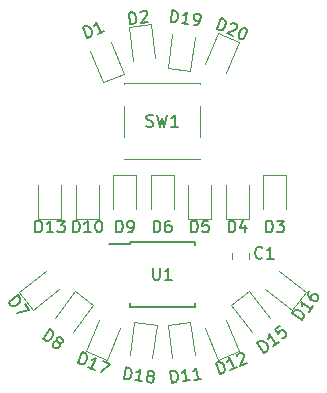
<source format=gbr>
G04 #@! TF.GenerationSoftware,KiCad,Pcbnew,(5.1.4)-1*
G04 #@! TF.CreationDate,2020-01-31T15:03:27+00:00*
G04 #@! TF.ProjectId,KeepCalm,4b656570-4361-46c6-9d2e-6b696361645f,rev?*
G04 #@! TF.SameCoordinates,Original*
G04 #@! TF.FileFunction,Legend,Top*
G04 #@! TF.FilePolarity,Positive*
%FSLAX46Y46*%
G04 Gerber Fmt 4.6, Leading zero omitted, Abs format (unit mm)*
G04 Created by KiCad (PCBNEW (5.1.4)-1) date 2020-01-31 15:03:27*
%MOMM*%
%LPD*%
G04 APERTURE LIST*
%ADD10C,0.120000*%
%ADD11C,0.150000*%
G04 APERTURE END LIST*
D10*
G04 #@! TO.C,C1*
X158294000Y-93718748D02*
X158294000Y-94241252D01*
X159714000Y-93718748D02*
X159714000Y-94241252D01*
G04 #@! TO.C,D3*
X160965000Y-87103500D02*
X160965000Y-89963500D01*
X162885000Y-87103500D02*
X160965000Y-87103500D01*
X162885000Y-89963500D02*
X162885000Y-87103500D01*
G04 #@! TO.C,D12*
X155990472Y-100076767D02*
X157084947Y-102719062D01*
X157084947Y-102719062D02*
X158858796Y-101984310D01*
X158858796Y-101984310D02*
X157764321Y-99342014D01*
G04 #@! TO.C,D7*
X142533355Y-95260889D02*
X140264365Y-97001947D01*
X140264365Y-97001947D02*
X141433187Y-98525185D01*
X141433187Y-98525185D02*
X143702177Y-96784128D01*
G04 #@! TO.C,D1*
X146270312Y-76610227D02*
X147364787Y-79252522D01*
X147364787Y-79252522D02*
X149138636Y-78517770D01*
X149138636Y-78517770D02*
X148044161Y-75875474D01*
G04 #@! TO.C,D4*
X157790000Y-87963500D02*
X157790000Y-90823500D01*
X157790000Y-90823500D02*
X159710000Y-90823500D01*
X159710000Y-90823500D02*
X159710000Y-87963500D01*
G04 #@! TO.C,D5*
X156535000Y-90823500D02*
X156535000Y-87963500D01*
X154615000Y-90823500D02*
X156535000Y-90823500D01*
X154615000Y-87963500D02*
X154615000Y-90823500D01*
G04 #@! TO.C,D6*
X153360000Y-89963500D02*
X153360000Y-87103500D01*
X153360000Y-87103500D02*
X151440000Y-87103500D01*
X151440000Y-87103500D02*
X151440000Y-89963500D01*
G04 #@! TO.C,D9*
X148265000Y-87103500D02*
X148265000Y-89963500D01*
X150185000Y-87103500D02*
X148265000Y-87103500D01*
X150185000Y-89963500D02*
X150185000Y-87103500D01*
G04 #@! TO.C,D10*
X145090000Y-87963500D02*
X145090000Y-90823500D01*
X145090000Y-90823500D02*
X147010000Y-90823500D01*
X147010000Y-90823500D02*
X147010000Y-87963500D01*
G04 #@! TO.C,D13*
X141915000Y-87963500D02*
X141915000Y-90823500D01*
X141915000Y-90823500D02*
X143835000Y-90823500D01*
X143835000Y-90823500D02*
X143835000Y-87963500D01*
G04 #@! TO.C,SW1*
X149170000Y-85780000D02*
X155630000Y-85780000D01*
X149170000Y-81250000D02*
X149170000Y-83850000D01*
X149170000Y-79320000D02*
X155630000Y-79320000D01*
X155630000Y-81250000D02*
X155630000Y-83850000D01*
X149170000Y-79350000D02*
X149170000Y-79320000D01*
X149170000Y-85780000D02*
X149170000Y-85750000D01*
X155630000Y-85780000D02*
X155630000Y-85750000D01*
X155630000Y-79320000D02*
X155630000Y-79350000D01*
D11*
G04 #@! TO.C,U1*
X149650000Y-92749000D02*
X149650000Y-92954000D01*
X155150000Y-92749000D02*
X155150000Y-93049000D01*
X155150000Y-98259000D02*
X155150000Y-97959000D01*
X149650000Y-98259000D02*
X149650000Y-97959000D01*
X149650000Y-92749000D02*
X155150000Y-92749000D01*
X149650000Y-98259000D02*
X155150000Y-98259000D01*
X149650000Y-92954000D02*
X147900000Y-92954000D01*
D10*
G04 #@! TO.C,D2*
X149547751Y-74589868D02*
X149921056Y-77425400D01*
X151451325Y-74339257D02*
X149547751Y-74589868D01*
X151824630Y-77174790D02*
X151451325Y-74339257D01*
G04 #@! TO.C,D8*
X144821588Y-100353351D02*
X146562645Y-98084361D01*
X146562645Y-98084361D02*
X145039407Y-96915539D01*
X145039407Y-96915539D02*
X143298349Y-99184529D01*
G04 #@! TO.C,D11*
X152863117Y-99772568D02*
X153236422Y-102608100D01*
X154766691Y-99521957D02*
X152863117Y-99772568D01*
X155139996Y-102357490D02*
X154766691Y-99521957D01*
G04 #@! TO.C,D15*
X158237355Y-98084361D02*
X159978412Y-100353351D01*
X159760593Y-96915539D02*
X158237355Y-98084361D01*
X161501651Y-99184529D02*
X159760593Y-96915539D01*
G04 #@! TO.C,D16*
X161097823Y-96784128D02*
X163366813Y-98525185D01*
X163366813Y-98525185D02*
X164535635Y-97001947D01*
X164535635Y-97001947D02*
X162266645Y-95260889D01*
G04 #@! TO.C,D17*
X147715053Y-102719062D02*
X148809528Y-100076767D01*
X145941204Y-101984310D02*
X147715053Y-102719062D01*
X147035679Y-99342014D02*
X145941204Y-101984310D01*
G04 #@! TO.C,D18*
X151563578Y-102608100D02*
X151936883Y-99772568D01*
X151936883Y-99772568D02*
X150033309Y-99521957D01*
X150033309Y-99521957D02*
X149660004Y-102357490D01*
G04 #@! TO.C,D19*
X154766691Y-78278043D02*
X155139996Y-75442510D01*
X152863117Y-78027432D02*
X154766691Y-78278043D01*
X153236422Y-75191900D02*
X152863117Y-78027432D01*
G04 #@! TO.C,D20*
X157764321Y-78457986D02*
X158858796Y-75815690D01*
X158858796Y-75815690D02*
X157084947Y-75080938D01*
X157084947Y-75080938D02*
X155990472Y-77723233D01*
G04 #@! TO.C,C1*
D11*
X160869333Y-94083142D02*
X160821714Y-94130761D01*
X160678857Y-94178380D01*
X160583619Y-94178380D01*
X160440761Y-94130761D01*
X160345523Y-94035523D01*
X160297904Y-93940285D01*
X160250285Y-93749809D01*
X160250285Y-93606952D01*
X160297904Y-93416476D01*
X160345523Y-93321238D01*
X160440761Y-93226000D01*
X160583619Y-93178380D01*
X160678857Y-93178380D01*
X160821714Y-93226000D01*
X160869333Y-93273619D01*
X161821714Y-94178380D02*
X161250285Y-94178380D01*
X161536000Y-94178380D02*
X161536000Y-93178380D01*
X161440761Y-93321238D01*
X161345523Y-93416476D01*
X161250285Y-93464095D01*
G04 #@! TO.C,D3*
X161186904Y-91955880D02*
X161186904Y-90955880D01*
X161425000Y-90955880D01*
X161567857Y-91003500D01*
X161663095Y-91098738D01*
X161710714Y-91193976D01*
X161758333Y-91384452D01*
X161758333Y-91527309D01*
X161710714Y-91717785D01*
X161663095Y-91813023D01*
X161567857Y-91908261D01*
X161425000Y-91955880D01*
X161186904Y-91955880D01*
X162091666Y-90955880D02*
X162710714Y-90955880D01*
X162377380Y-91336833D01*
X162520238Y-91336833D01*
X162615476Y-91384452D01*
X162663095Y-91432071D01*
X162710714Y-91527309D01*
X162710714Y-91765404D01*
X162663095Y-91860642D01*
X162615476Y-91908261D01*
X162520238Y-91955880D01*
X162234523Y-91955880D01*
X162139285Y-91908261D01*
X162091666Y-91860642D01*
G04 #@! TO.C,D12*
X157293264Y-103943132D02*
X156910581Y-103019252D01*
X157130552Y-102928137D01*
X157280758Y-102917463D01*
X157405193Y-102969005D01*
X157485633Y-103038771D01*
X157602519Y-103196525D01*
X157657188Y-103328507D01*
X157686086Y-103522707D01*
X157678538Y-103628919D01*
X157626996Y-103753354D01*
X157513236Y-103852017D01*
X157293264Y-103943132D01*
X158701081Y-103359995D02*
X158173150Y-103578672D01*
X158437115Y-103469333D02*
X158054432Y-102545454D01*
X158021112Y-102713883D01*
X157969570Y-102838317D01*
X157899804Y-102918758D01*
X158706798Y-102378320D02*
X158732569Y-102316103D01*
X158802334Y-102235663D01*
X159022306Y-102144548D01*
X159128517Y-102152096D01*
X159190735Y-102177867D01*
X159271175Y-102247632D01*
X159307621Y-102335621D01*
X159318296Y-102485827D01*
X159009041Y-103232434D01*
X159580966Y-102995535D01*
G04 #@! TO.C,D7*
X139399778Y-97886221D02*
X140193131Y-97277460D01*
X140338074Y-97466353D01*
X140387261Y-97608678D01*
X140369681Y-97742213D01*
X140323112Y-97837969D01*
X140200986Y-97991702D01*
X140087650Y-98078668D01*
X139907546Y-98156844D01*
X139803000Y-98177043D01*
X139669465Y-98159462D01*
X139544721Y-98075115D01*
X139399778Y-97886221D01*
X140743915Y-97995256D02*
X141149756Y-98524158D01*
X140095505Y-98792911D01*
G04 #@! TO.C,D1*
X146049208Y-75503402D02*
X145666525Y-74579522D01*
X145886496Y-74488407D01*
X146036702Y-74477732D01*
X146161136Y-74529275D01*
X146241577Y-74599040D01*
X146358463Y-74756794D01*
X146413132Y-74888777D01*
X146442030Y-75082977D01*
X146434482Y-75189189D01*
X146382939Y-75313623D01*
X146269179Y-75412287D01*
X146049208Y-75503402D01*
X147457025Y-74920265D02*
X146929093Y-75138941D01*
X147193059Y-75029603D02*
X146810376Y-74105724D01*
X146777056Y-74274153D01*
X146725514Y-74398587D01*
X146655748Y-74479027D01*
G04 #@! TO.C,D4*
X158011904Y-91955880D02*
X158011904Y-90955880D01*
X158250000Y-90955880D01*
X158392857Y-91003500D01*
X158488095Y-91098738D01*
X158535714Y-91193976D01*
X158583333Y-91384452D01*
X158583333Y-91527309D01*
X158535714Y-91717785D01*
X158488095Y-91813023D01*
X158392857Y-91908261D01*
X158250000Y-91955880D01*
X158011904Y-91955880D01*
X159440476Y-91289214D02*
X159440476Y-91955880D01*
X159202380Y-90908261D02*
X158964285Y-91622547D01*
X159583333Y-91622547D01*
G04 #@! TO.C,D5*
X154836904Y-91955880D02*
X154836904Y-90955880D01*
X155075000Y-90955880D01*
X155217857Y-91003500D01*
X155313095Y-91098738D01*
X155360714Y-91193976D01*
X155408333Y-91384452D01*
X155408333Y-91527309D01*
X155360714Y-91717785D01*
X155313095Y-91813023D01*
X155217857Y-91908261D01*
X155075000Y-91955880D01*
X154836904Y-91955880D01*
X156313095Y-90955880D02*
X155836904Y-90955880D01*
X155789285Y-91432071D01*
X155836904Y-91384452D01*
X155932142Y-91336833D01*
X156170238Y-91336833D01*
X156265476Y-91384452D01*
X156313095Y-91432071D01*
X156360714Y-91527309D01*
X156360714Y-91765404D01*
X156313095Y-91860642D01*
X156265476Y-91908261D01*
X156170238Y-91955880D01*
X155932142Y-91955880D01*
X155836904Y-91908261D01*
X155789285Y-91860642D01*
G04 #@! TO.C,D6*
X151661904Y-91955880D02*
X151661904Y-90955880D01*
X151900000Y-90955880D01*
X152042857Y-91003500D01*
X152138095Y-91098738D01*
X152185714Y-91193976D01*
X152233333Y-91384452D01*
X152233333Y-91527309D01*
X152185714Y-91717785D01*
X152138095Y-91813023D01*
X152042857Y-91908261D01*
X151900000Y-91955880D01*
X151661904Y-91955880D01*
X153090476Y-90955880D02*
X152900000Y-90955880D01*
X152804761Y-91003500D01*
X152757142Y-91051119D01*
X152661904Y-91193976D01*
X152614285Y-91384452D01*
X152614285Y-91765404D01*
X152661904Y-91860642D01*
X152709523Y-91908261D01*
X152804761Y-91955880D01*
X152995238Y-91955880D01*
X153090476Y-91908261D01*
X153138095Y-91860642D01*
X153185714Y-91765404D01*
X153185714Y-91527309D01*
X153138095Y-91432071D01*
X153090476Y-91384452D01*
X152995238Y-91336833D01*
X152804761Y-91336833D01*
X152709523Y-91384452D01*
X152661904Y-91432071D01*
X152614285Y-91527309D01*
G04 #@! TO.C,D9*
X148486904Y-91955880D02*
X148486904Y-90955880D01*
X148725000Y-90955880D01*
X148867857Y-91003500D01*
X148963095Y-91098738D01*
X149010714Y-91193976D01*
X149058333Y-91384452D01*
X149058333Y-91527309D01*
X149010714Y-91717785D01*
X148963095Y-91813023D01*
X148867857Y-91908261D01*
X148725000Y-91955880D01*
X148486904Y-91955880D01*
X149534523Y-91955880D02*
X149725000Y-91955880D01*
X149820238Y-91908261D01*
X149867857Y-91860642D01*
X149963095Y-91717785D01*
X150010714Y-91527309D01*
X150010714Y-91146357D01*
X149963095Y-91051119D01*
X149915476Y-91003500D01*
X149820238Y-90955880D01*
X149629761Y-90955880D01*
X149534523Y-91003500D01*
X149486904Y-91051119D01*
X149439285Y-91146357D01*
X149439285Y-91384452D01*
X149486904Y-91479690D01*
X149534523Y-91527309D01*
X149629761Y-91574928D01*
X149820238Y-91574928D01*
X149915476Y-91527309D01*
X149963095Y-91479690D01*
X150010714Y-91384452D01*
G04 #@! TO.C,D10*
X144835714Y-91955880D02*
X144835714Y-90955880D01*
X145073809Y-90955880D01*
X145216666Y-91003500D01*
X145311904Y-91098738D01*
X145359523Y-91193976D01*
X145407142Y-91384452D01*
X145407142Y-91527309D01*
X145359523Y-91717785D01*
X145311904Y-91813023D01*
X145216666Y-91908261D01*
X145073809Y-91955880D01*
X144835714Y-91955880D01*
X146359523Y-91955880D02*
X145788095Y-91955880D01*
X146073809Y-91955880D02*
X146073809Y-90955880D01*
X145978571Y-91098738D01*
X145883333Y-91193976D01*
X145788095Y-91241595D01*
X146978571Y-90955880D02*
X147073809Y-90955880D01*
X147169047Y-91003500D01*
X147216666Y-91051119D01*
X147264285Y-91146357D01*
X147311904Y-91336833D01*
X147311904Y-91574928D01*
X147264285Y-91765404D01*
X147216666Y-91860642D01*
X147169047Y-91908261D01*
X147073809Y-91955880D01*
X146978571Y-91955880D01*
X146883333Y-91908261D01*
X146835714Y-91860642D01*
X146788095Y-91765404D01*
X146740476Y-91574928D01*
X146740476Y-91336833D01*
X146788095Y-91146357D01*
X146835714Y-91051119D01*
X146883333Y-91003500D01*
X146978571Y-90955880D01*
G04 #@! TO.C,D13*
X141660714Y-91955880D02*
X141660714Y-90955880D01*
X141898809Y-90955880D01*
X142041666Y-91003500D01*
X142136904Y-91098738D01*
X142184523Y-91193976D01*
X142232142Y-91384452D01*
X142232142Y-91527309D01*
X142184523Y-91717785D01*
X142136904Y-91813023D01*
X142041666Y-91908261D01*
X141898809Y-91955880D01*
X141660714Y-91955880D01*
X143184523Y-91955880D02*
X142613095Y-91955880D01*
X142898809Y-91955880D02*
X142898809Y-90955880D01*
X142803571Y-91098738D01*
X142708333Y-91193976D01*
X142613095Y-91241595D01*
X143517857Y-90955880D02*
X144136904Y-90955880D01*
X143803571Y-91336833D01*
X143946428Y-91336833D01*
X144041666Y-91384452D01*
X144089285Y-91432071D01*
X144136904Y-91527309D01*
X144136904Y-91765404D01*
X144089285Y-91860642D01*
X144041666Y-91908261D01*
X143946428Y-91955880D01*
X143660714Y-91955880D01*
X143565476Y-91908261D01*
X143517857Y-91860642D01*
G04 #@! TO.C,SW1*
X151066666Y-82954761D02*
X151209523Y-83002380D01*
X151447619Y-83002380D01*
X151542857Y-82954761D01*
X151590476Y-82907142D01*
X151638095Y-82811904D01*
X151638095Y-82716666D01*
X151590476Y-82621428D01*
X151542857Y-82573809D01*
X151447619Y-82526190D01*
X151257142Y-82478571D01*
X151161904Y-82430952D01*
X151114285Y-82383333D01*
X151066666Y-82288095D01*
X151066666Y-82192857D01*
X151114285Y-82097619D01*
X151161904Y-82050000D01*
X151257142Y-82002380D01*
X151495238Y-82002380D01*
X151638095Y-82050000D01*
X151971428Y-82002380D02*
X152209523Y-83002380D01*
X152400000Y-82288095D01*
X152590476Y-83002380D01*
X152828571Y-82002380D01*
X153733333Y-83002380D02*
X153161904Y-83002380D01*
X153447619Y-83002380D02*
X153447619Y-82002380D01*
X153352380Y-82145238D01*
X153257142Y-82240476D01*
X153161904Y-82288095D01*
G04 #@! TO.C,U1*
X151638095Y-94956380D02*
X151638095Y-95765904D01*
X151685714Y-95861142D01*
X151733333Y-95908761D01*
X151828571Y-95956380D01*
X152019047Y-95956380D01*
X152114285Y-95908761D01*
X152161904Y-95861142D01*
X152209523Y-95765904D01*
X152209523Y-94956380D01*
X153209523Y-95956380D02*
X152638095Y-95956380D01*
X152923809Y-95956380D02*
X152923809Y-94956380D01*
X152828571Y-95099238D01*
X152733333Y-95194476D01*
X152638095Y-95242095D01*
G04 #@! TO.C,D2*
X149695266Y-74331851D02*
X149564740Y-73340406D01*
X149800798Y-73309329D01*
X149948649Y-73337894D01*
X150055503Y-73419886D01*
X150115146Y-73508094D01*
X150187220Y-73690725D01*
X150205866Y-73832360D01*
X150183517Y-74027422D01*
X150148736Y-74128061D01*
X150066744Y-74234915D01*
X149931325Y-74300773D01*
X149695266Y-74331851D01*
X150521404Y-73310519D02*
X150562401Y-73257092D01*
X150650608Y-73197449D01*
X150886667Y-73166371D01*
X150987305Y-73201152D01*
X151040733Y-73242148D01*
X151100375Y-73330356D01*
X151112806Y-73424779D01*
X151084241Y-73572630D01*
X150592288Y-74213756D01*
X151206039Y-74132954D01*
G04 #@! TO.C,D8*
X142268037Y-100938074D02*
X142876799Y-100144720D01*
X143065692Y-100289663D01*
X143150040Y-100414408D01*
X143167620Y-100547943D01*
X143147421Y-100652489D01*
X143069246Y-100832592D01*
X142982280Y-100945929D01*
X142828546Y-101068055D01*
X142732790Y-101114624D01*
X142599256Y-101132204D01*
X142456931Y-101083017D01*
X142268037Y-100938074D01*
X143522590Y-101180456D02*
X143476021Y-101084700D01*
X143467231Y-101017933D01*
X143487430Y-100913387D01*
X143516419Y-100875608D01*
X143612175Y-100829039D01*
X143678942Y-100820249D01*
X143783488Y-100840448D01*
X143934603Y-100956402D01*
X143981172Y-101052158D01*
X143989962Y-101118925D01*
X143969763Y-101223472D01*
X143940775Y-101261250D01*
X143845019Y-101307819D01*
X143778251Y-101316609D01*
X143673705Y-101296411D01*
X143522590Y-101180456D01*
X143418044Y-101160258D01*
X143351277Y-101169048D01*
X143255521Y-101215616D01*
X143139566Y-101366731D01*
X143119368Y-101471277D01*
X143128158Y-101538045D01*
X143174727Y-101633801D01*
X143325842Y-101749755D01*
X143430388Y-101769954D01*
X143497155Y-101761164D01*
X143592911Y-101714595D01*
X143708866Y-101563480D01*
X143729064Y-101458934D01*
X143720274Y-101392167D01*
X143673705Y-101296411D01*
G04 #@! TO.C,D11*
X153223650Y-104683506D02*
X153093124Y-103692061D01*
X153329182Y-103660984D01*
X153477032Y-103689549D01*
X153583887Y-103771541D01*
X153643529Y-103859749D01*
X153715603Y-104042380D01*
X153734250Y-104184015D01*
X153711900Y-104379077D01*
X153677120Y-104479716D01*
X153595127Y-104586570D01*
X153459708Y-104652429D01*
X153223650Y-104683506D01*
X154734423Y-104484609D02*
X154167883Y-104559196D01*
X154451153Y-104521903D02*
X154320627Y-103530458D01*
X154244850Y-103684524D01*
X154162858Y-103791378D01*
X154074650Y-103851021D01*
X155678656Y-104360299D02*
X155112116Y-104434885D01*
X155395386Y-104397592D02*
X155264860Y-103406147D01*
X155189083Y-103560213D01*
X155107091Y-103667067D01*
X155018883Y-103726710D01*
G04 #@! TO.C,D15*
X161046534Y-102126608D02*
X160437773Y-101333254D01*
X160626666Y-101188311D01*
X160768991Y-101139124D01*
X160902526Y-101156704D01*
X160998282Y-101203273D01*
X161152015Y-101325399D01*
X161238981Y-101438735D01*
X161317157Y-101618839D01*
X161337355Y-101723385D01*
X161319775Y-101856920D01*
X161235428Y-101981665D01*
X161046534Y-102126608D01*
X162255453Y-101198971D02*
X161802109Y-101546835D01*
X162028781Y-101372903D02*
X161420020Y-100579550D01*
X161431428Y-100750863D01*
X161413848Y-100884398D01*
X161367279Y-100980154D01*
X162364488Y-99854834D02*
X161986700Y-100144720D01*
X162238808Y-100551496D01*
X162247598Y-100484729D01*
X162294167Y-100388973D01*
X162483061Y-100244030D01*
X162587607Y-100223831D01*
X162654374Y-100232621D01*
X162750130Y-100279190D01*
X162895073Y-100468084D01*
X162915272Y-100572630D01*
X162906482Y-100639397D01*
X162859913Y-100735153D01*
X162671019Y-100880096D01*
X162566473Y-100900295D01*
X162499706Y-100891505D01*
G04 #@! TO.C,D16*
X164211688Y-99409749D02*
X163418335Y-98800988D01*
X163563278Y-98612094D01*
X163688023Y-98527747D01*
X163821557Y-98510166D01*
X163926103Y-98530365D01*
X164106207Y-98608541D01*
X164219543Y-98695507D01*
X164341670Y-98849240D01*
X164388238Y-98944996D01*
X164405819Y-99078531D01*
X164356631Y-99220856D01*
X164211688Y-99409749D01*
X165139325Y-98200830D02*
X164791461Y-98654175D01*
X164965393Y-98427502D02*
X164172039Y-97818741D01*
X164227398Y-97981264D01*
X164244979Y-98114799D01*
X164224780Y-98219345D01*
X164867767Y-96912051D02*
X164751812Y-97063166D01*
X164731614Y-97167712D01*
X164740404Y-97234480D01*
X164795763Y-97397003D01*
X164917889Y-97550736D01*
X165220119Y-97782645D01*
X165324665Y-97802844D01*
X165391432Y-97794054D01*
X165487188Y-97747485D01*
X165603143Y-97596370D01*
X165623341Y-97491824D01*
X165614551Y-97425057D01*
X165567982Y-97329301D01*
X165379089Y-97184357D01*
X165274543Y-97164159D01*
X165207775Y-97172949D01*
X165112019Y-97219518D01*
X164996065Y-97370633D01*
X164975866Y-97475179D01*
X164984656Y-97541946D01*
X165031225Y-97637702D01*
G04 #@! TO.C,D17*
X145263027Y-103013758D02*
X145645711Y-102089878D01*
X145865682Y-102180994D01*
X145979442Y-102279657D01*
X146030984Y-102404091D01*
X146038532Y-102510303D01*
X146009634Y-102704503D01*
X145954965Y-102836486D01*
X145838079Y-102994240D01*
X145757639Y-103064005D01*
X145633204Y-103115548D01*
X145482998Y-103104873D01*
X145263027Y-103013758D01*
X146670844Y-103596895D02*
X146142912Y-103378218D01*
X146406878Y-103487557D02*
X146789561Y-102563677D01*
X146646904Y-102659214D01*
X146522469Y-102710756D01*
X146416258Y-102718304D01*
X147361487Y-102800576D02*
X147977406Y-103055699D01*
X147198775Y-103815571D01*
G04 #@! TO.C,D18*
X149168555Y-104366514D02*
X149299081Y-103375069D01*
X149535139Y-103406147D01*
X149670559Y-103472005D01*
X149752551Y-103578860D01*
X149787331Y-103679498D01*
X149809681Y-103874561D01*
X149791034Y-104016196D01*
X149718961Y-104198827D01*
X149659318Y-104287035D01*
X149552463Y-104369027D01*
X149404613Y-104397592D01*
X149168555Y-104366514D01*
X150679328Y-104565411D02*
X150112788Y-104490825D01*
X150396058Y-104528118D02*
X150526584Y-103536673D01*
X150413514Y-103665877D01*
X150306660Y-103747869D01*
X150206021Y-103782650D01*
X151320454Y-104073458D02*
X151232246Y-104013815D01*
X151191250Y-103960388D01*
X151156470Y-103859749D01*
X151162685Y-103812537D01*
X151222328Y-103724329D01*
X151275755Y-103683333D01*
X151376394Y-103648553D01*
X151565240Y-103673415D01*
X151653448Y-103733058D01*
X151694444Y-103786485D01*
X151729225Y-103887124D01*
X151723009Y-103934335D01*
X151663367Y-104022543D01*
X151609940Y-104063539D01*
X151509301Y-104098320D01*
X151320454Y-104073458D01*
X151219815Y-104108238D01*
X151166388Y-104149234D01*
X151106745Y-104237442D01*
X151081883Y-104426289D01*
X151116664Y-104526928D01*
X151157660Y-104580355D01*
X151245868Y-104639998D01*
X151434714Y-104664860D01*
X151535353Y-104630079D01*
X151588780Y-104589083D01*
X151648423Y-104500875D01*
X151673285Y-104312029D01*
X151638505Y-104211390D01*
X151597508Y-104157963D01*
X151509301Y-104098320D01*
G04 #@! TO.C,D19*
X153105555Y-74140514D02*
X153236081Y-73149069D01*
X153472139Y-73180147D01*
X153607559Y-73246005D01*
X153689551Y-73352860D01*
X153724331Y-73453498D01*
X153746681Y-73648561D01*
X153728034Y-73790196D01*
X153655961Y-73972827D01*
X153596318Y-74061035D01*
X153489463Y-74143027D01*
X153341613Y-74171592D01*
X153105555Y-74140514D01*
X154616328Y-74339411D02*
X154049788Y-74264825D01*
X154333058Y-74302118D02*
X154463584Y-73310673D01*
X154350514Y-73439877D01*
X154243660Y-73521869D01*
X154143021Y-73556650D01*
X155088444Y-74401567D02*
X155277291Y-74426429D01*
X155377930Y-74391648D01*
X155431357Y-74350652D01*
X155544427Y-74221448D01*
X155616501Y-74038817D01*
X155666225Y-73661124D01*
X155631444Y-73560485D01*
X155590448Y-73507058D01*
X155502240Y-73447415D01*
X155313394Y-73422553D01*
X155212755Y-73457333D01*
X155159328Y-73498329D01*
X155099685Y-73586537D01*
X155068607Y-73822596D01*
X155103388Y-73923234D01*
X155144384Y-73976662D01*
X155232592Y-74036304D01*
X155421439Y-74061166D01*
X155522077Y-74026386D01*
X155575505Y-73985390D01*
X155635147Y-73897182D01*
G04 #@! TO.C,D20*
X157010527Y-74756258D02*
X157393211Y-73832378D01*
X157613182Y-73923494D01*
X157726942Y-74022157D01*
X157778484Y-74146591D01*
X157786032Y-74252803D01*
X157757134Y-74447003D01*
X157702465Y-74578986D01*
X157585579Y-74736740D01*
X157505139Y-74806505D01*
X157380704Y-74858048D01*
X157230498Y-74847373D01*
X157010527Y-74756258D01*
X158236650Y-74284827D02*
X158298867Y-74259056D01*
X158405079Y-74251508D01*
X158625050Y-74342623D01*
X158694815Y-74423063D01*
X158720587Y-74485281D01*
X158728135Y-74591492D01*
X158691689Y-74679481D01*
X158593026Y-74793240D01*
X157846418Y-75102495D01*
X158418344Y-75339395D01*
X159372952Y-74652414D02*
X159460941Y-74688860D01*
X159530706Y-74769301D01*
X159556478Y-74831518D01*
X159564026Y-74937730D01*
X159535128Y-75131930D01*
X159444013Y-75351901D01*
X159327127Y-75509655D01*
X159246686Y-75579420D01*
X159184469Y-75605192D01*
X159078257Y-75612740D01*
X158990269Y-75576294D01*
X158920503Y-75495854D01*
X158894732Y-75433636D01*
X158887184Y-75327425D01*
X158916082Y-75133225D01*
X159007197Y-74913253D01*
X159124083Y-74755499D01*
X159204524Y-74685734D01*
X159266741Y-74659963D01*
X159372952Y-74652414D01*
G04 #@! TD*
M02*

</source>
